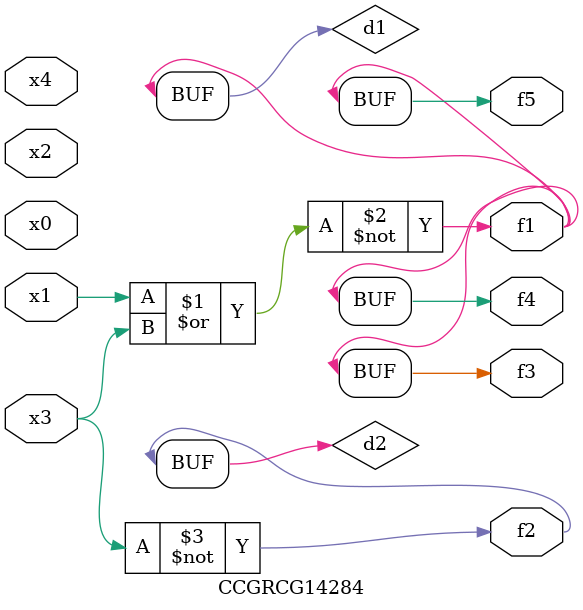
<source format=v>
module CCGRCG14284(
	input x0, x1, x2, x3, x4,
	output f1, f2, f3, f4, f5
);

	wire d1, d2;

	nor (d1, x1, x3);
	not (d2, x3);
	assign f1 = d1;
	assign f2 = d2;
	assign f3 = d1;
	assign f4 = d1;
	assign f5 = d1;
endmodule

</source>
